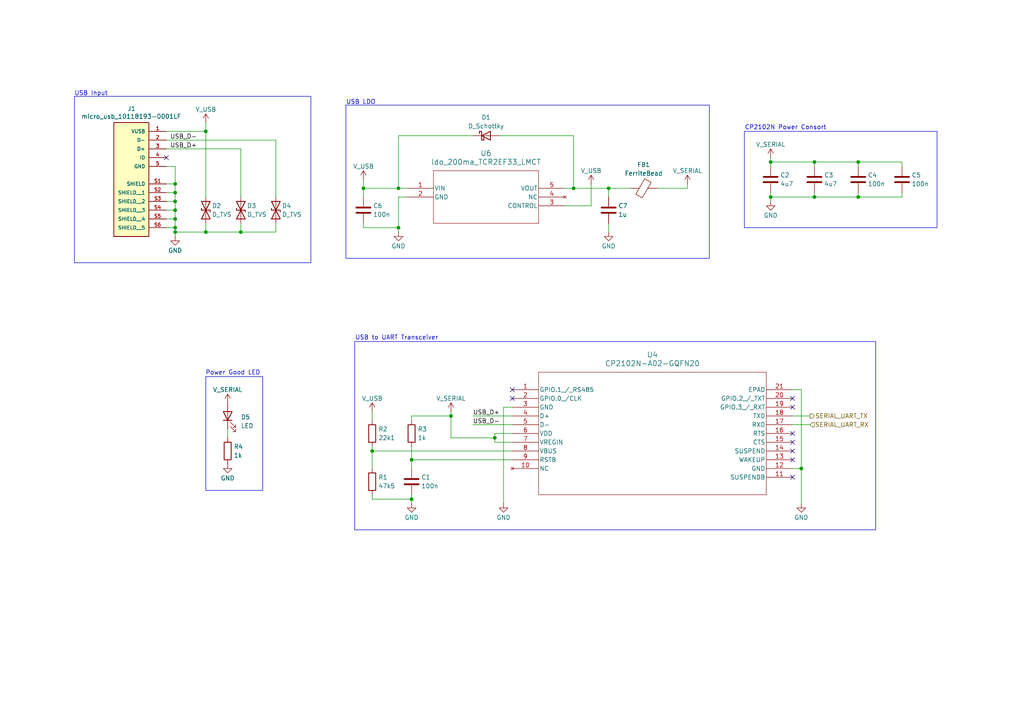
<source format=kicad_sch>
(kicad_sch (version 20231120) (generator "eeschema") (generator_version "8.0")
  (paper "A4")
  (title_block (title "Serial"))
  (lib_symbols
    (symbol "Device:C" (pin_numbers hide) (pin_names (offset 0.254))
      (property "Reference" "C" (at 0.635 2.54 0))
      (property "Value" "C" (at 0.635 -2.54 0))
      (symbol "C_0_1"
        (polyline (pts (xy -2.032 -0.762) (xy 2.032 -0.762)) (stroke (width 0.508)))
        (polyline (pts (xy -2.032 0.762) (xy 2.032 0.762)) (stroke (width 0.508)))
      )
      (symbol "C_1_1"
        (pin passive line (at 0 3.81 270) (length 2.794) (name "~") (number "1"))
        (pin passive line (at 0 -3.81 90) (length 2.794) (name "~") (number "2"))
      )
    )
    (symbol "Device:D_Schottky" (pin_numbers hide) (pin_names (offset 1.016) hide)
      (property "Reference" "D" (at 0 2.54 0))
      (property "Value" "D_Schottky" (at 0 -2.54 0))
      (symbol "D_Schottky_0_1"
        (polyline (pts (xy 1.27 0) (xy -1.27 0)))
        (polyline (pts (xy 1.27 1.27) (xy 1.27 -1.27) (xy -1.27 0) (xy 1.27 1.27)) (stroke (width 0.254)))
        (polyline (pts (xy -1.905 0.635) (xy -1.905 1.27) (xy -1.27 1.27) (xy -1.27 -1.27) (xy -0.635 -1.27) (xy -0.635 -0.635)) (stroke (width 0.254)))
      )
      (symbol "D_Schottky_1_1"
        (pin passive line (at -3.81 0 0) (length 2.54) (name "K") (number "1"))
        (pin passive line (at 3.81 0 180) (length 2.54) (name "A") (number "2"))
      )
    )
    (symbol "Device:D_TVS" (pin_numbers hide) (pin_names (offset 1.016) hide)
      (property "Reference" "D" (at 0 2.54 0))
      (property "Value" "D_TVS" (at 0 -2.54 0))
      (symbol "D_TVS_0_1"
        (polyline (pts (xy 1.27 0) (xy -1.27 0)))
        (polyline (pts (xy 0.508 1.27) (xy 0 1.27) (xy 0 -1.27) (xy -0.508 -1.27)) (stroke (width 0.254)))
        (polyline (pts (xy -2.54 1.27) (xy -2.54 -1.27) (xy 2.54 1.27) (xy 2.54 -1.27) (xy -2.54 1.27)) (stroke (width 0.254)))
      )
      (symbol "D_TVS_1_1"
        (pin passive line (at -3.81 0 0) (length 2.54) (name "A1") (number "1"))
        (pin passive line (at 3.81 0 180) (length 2.54) (name "A2") (number "2"))
      )
    )
    (symbol "Device:FerriteBead" (pin_numbers hide) (pin_names (offset 0))
      (property "Reference" "FB" (at -3.81 0.635 90))
      (property "Value" "FerriteBead" (at 3.81 0 90))
      (symbol "FerriteBead_0_1"
        (polyline (pts (xy 0 -1.27) (xy 0 -1.2192)))
        (polyline (pts (xy 0 1.27) (xy 0 1.2954)))
        (polyline (pts (xy -2.7686 0.4064) (xy -1.7018 2.2606) (xy 2.7686 -0.3048) (xy 1.6764 -2.159) (xy -2.7686 0.4064)))
      )
      (symbol "FerriteBead_1_1"
        (pin passive line (at 0 3.81 270) (length 2.54) (name "~") (number "1"))
        (pin passive line (at 0 -3.81 90) (length 2.54) (name "~") (number "2"))
      )
    )
    (symbol "Device:LED" (pin_numbers hide) (pin_names (offset 1.016) hide)
      (property "Reference" "D" (at 0 2.54 0))
      (property "Value" "LED" (at 0 -2.54 0))
      (symbol "LED_0_1"
        (polyline (pts (xy -1.27 -1.27) (xy -1.27 1.27)) (stroke (width 0.254)))
        (polyline (pts (xy -1.27 0) (xy 1.27 0)))
        (polyline (pts (xy 1.27 -1.27) (xy 1.27 1.27) (xy -1.27 0) (xy 1.27 -1.27)) (stroke (width 0.254)))
        (polyline (pts (xy -3.048 -0.762) (xy -4.572 -2.286) (xy -3.81 -2.286) (xy -4.572 -2.286) (xy -4.572 -1.524)))
        (polyline (pts (xy -1.778 -0.762) (xy -3.302 -2.286) (xy -2.54 -2.286) (xy -3.302 -2.286) (xy -3.302 -1.524)))
      )
      (symbol "LED_1_1"
        (pin passive line (at -3.81 0 0) (length 2.54) (name "K") (number "1"))
        (pin passive line (at 3.81 0 180) (length 2.54) (name "A") (number "2"))
      )
    )
    (symbol "Device:R" (pin_numbers hide) (pin_names (offset 0))
      (property "Reference" "R" (at 2.032 0 90))
      (property "Value" "R" (at 0 0 90))
      (symbol "R_0_1"
        (rectangle (start -1.016 -2.54) (end 1.016 2.54) (stroke (width 0.254)))
      )
      (symbol "R_1_1"
        (pin passive line (at 0 3.81 270) (length 1.27) (name "~") (number "1"))
        (pin passive line (at 0 -3.81 90) (length 1.27) (name "~") (number "2"))
      )
    )
    (symbol "pc_mainboard:CP2102N-A02-GQFN20" (pin_names (offset 0.254))
      (property "Reference" "U" (at 40.64 10.16 0))
      (property "Value" "CP2102N-A02-GQFN20" (at 40.64 7.62 0))
      (symbol "CP2102N-A02-GQFN20_0_1"
        (polyline (pts (xy 7.62 -30.48) (xy 73.66 -30.48)) (stroke (width 0.127)))
        (polyline (pts (xy 7.62 5.08) (xy 7.62 -30.48)) (stroke (width 0.127)))
        (polyline (pts (xy 73.66 -30.48) (xy 73.66 5.08)) (stroke (width 0.127)))
        (polyline (pts (xy 73.66 5.08) (xy 7.62 5.08)) (stroke (width 0.127)))
        (pin bidirectional line (at 0 0 0) (length 7.62) (name "GPIO.1_/_RS485") (number "1"))
        (pin no_connect line (at 0 -22.86 0) (length 7.62) (name "NC") (number "10"))
        (pin unspecified line (at 81.28 -25.4 180) (length 7.62) (name "SUSPENDB") (number "11"))
        (pin power_out line (at 81.28 -22.86 180) (length 7.62) (name "GND") (number "12"))
        (pin unspecified line (at 81.28 -20.32 180) (length 7.62) (name "WAKEUP") (number "13"))
        (pin unspecified line (at 81.28 -17.78 180) (length 7.62) (name "SUSPEND") (number "14"))
        (pin unspecified line (at 81.28 -15.24 180) (length 7.62) (name "CTS") (number "15"))
        (pin unspecified line (at 81.28 -12.7 180) (length 7.62) (name "RTS") (number "16"))
        (pin unspecified line (at 81.28 -10.16 180) (length 7.62) (name "RXD") (number "17"))
        (pin unspecified line (at 81.28 -7.62 180) (length 7.62) (name "TXD") (number "18"))
        (pin bidirectional line (at 81.28 -5.08 180) (length 7.62) (name "GPIO.3_/_RXT") (number "19"))
        (pin bidirectional line (at 0 -2.54 0) (length 7.62) (name "GPIO.0_/CLK") (number "2"))
        (pin bidirectional line (at 81.28 -2.54 180) (length 7.62) (name "GPIO.2_/_TXT") (number "20"))
        (pin power_out line (at 81.28 0 180) (length 7.62) (name "EPAD") (number "21"))
        (pin power_out line (at 0 -5.08 0) (length 7.62) (name "GND") (number "3"))
        (pin unspecified line (at 0 -7.62 0) (length 7.62) (name "D+") (number "4"))
        (pin unspecified line (at 0 -10.16 0) (length 7.62) (name "D-") (number "5"))
        (pin power_in line (at 0 -12.7 0) (length 7.62) (name "VDD") (number "6"))
        (pin unspecified line (at 0 -15.24 0) (length 7.62) (name "VREGIN") (number "7"))
        (pin unspecified line (at 0 -17.78 0) (length 7.62) (name "VBUS") (number "8"))
        (pin unspecified line (at 0 -20.32 0) (length 7.62) (name "RSTB") (number "9"))
      )
    )
    (symbol "pc_mainboard:ldo_200ma_TCR2EF33_LMCT" (pin_names (offset 0.254))
      (property "Reference" "U" (at 22.86 10.16 0))
      (property "Value" "ldo_200ma_TCR2EF33_LMCT" (at 22.86 7.62 0))
      (symbol "ldo_200ma_TCR2EF33_LMCT_0_1"
        (polyline (pts (xy 7.62 -10.16) (xy 38.1 -10.16)) (stroke (width 0.127)))
        (polyline (pts (xy 7.62 5.08) (xy 7.62 -10.16)) (stroke (width 0.127)))
        (polyline (pts (xy 38.1 -10.16) (xy 38.1 5.08)) (stroke (width 0.127)))
        (polyline (pts (xy 38.1 5.08) (xy 7.62 5.08)) (stroke (width 0.127)))
        (pin power_in line (at 0 0 0) (length 7.62) (name "VIN") (number "1"))
        (pin power_out line (at 0 -2.54 0) (length 7.62) (name "GND") (number "2"))
        (pin unspecified line (at 45.72 -5.08 180) (length 7.62) (name "CONTROL") (number "3"))
        (pin no_connect line (at 45.72 -2.54 180) (length 7.62) (name "NC") (number "4"))
        (pin power_in line (at 45.72 0 180) (length 7.62) (name "VOUT") (number "5"))
      )
    )
    (symbol "pc_mainboard:micro_usb_10118193-0001LF" (pin_names (offset 1.016))
      (property "Reference" "J" (at -5.0817 10.9286 0))
      (property "Value" "micro_usb_10118193-0001LF" (at -5.0819 -25.4097 0))
      (symbol "micro_usb_10118193-0001LF_0_0"
        (rectangle (start -5.08 -22.86) (end 5.08 10.16) (stroke (width 0.254)) (fill (type background)))
        (pin passive line (at -10.16 7.62 0) (length 5.08) (name "VUSB") (number "1"))
        (pin passive line (at -10.16 5.08 0) (length 5.08) (name "D-") (number "2"))
        (pin passive line (at -10.16 2.54 0) (length 5.08) (name "D+") (number "3"))
        (pin passive line (at -10.16 0 0) (length 5.08) (name "ID") (number "4"))
        (pin passive line (at -10.16 -2.54 0) (length 5.08) (name "GND") (number "5"))
        (pin passive line (at -10.16 -7.62 0) (length 5.08) (name "SHIELD") (number "S1"))
        (pin passive line (at -10.16 -10.16 0) (length 5.08) (name "SHIELD__1") (number "S2"))
        (pin passive line (at -10.16 -12.7 0) (length 5.08) (name "SHIELD__2") (number "S3"))
        (pin passive line (at -10.16 -15.24 0) (length 5.08) (name "SHIELD__3") (number "S4"))
        (pin passive line (at -10.16 -17.78 0) (length 5.08) (name "SHIELD__4") (number "S5"))
        (pin passive line (at -10.16 -20.32 0) (length 5.08) (name "SHIELD__5") (number "S6"))
      )
    )
    (symbol "power:GND" (power) (pin_numbers hide) (pin_names (offset 0) hide)
      (property "Value" "GND" (at 0 -3.81 0))
      (symbol "GND_0_1"
        (polyline (pts (xy 0 0) (xy 0 -1.27) (xy 1.27 -1.27) (xy 0 -2.54) (xy -1.27 -1.27) (xy 0 -1.27)))
      )
      (symbol "GND_1_1"
        (pin power_in line (at 0 0 270) (length 0) (name "~") (number "1"))
      )
    )
    (symbol "power:VAA" (power) (pin_numbers hide) (pin_names (offset 0) hide)
      (property "Value" "VAA" (at 0 3.556 0))
      (symbol "VAA_0_1"
        (polyline (pts (xy -0.762 1.27) (xy 0 2.54)))
        (polyline (pts (xy 0 0) (xy 0 2.54)))
        (polyline (pts (xy 0 2.54) (xy 0.762 1.27)))
      )
      (symbol "VAA_1_1"
        (pin power_in line (at 0 0 90) (length 0) (name "~") (number "1"))
      )
    )
  )
  (junction (at 223.52 46.99))
  (junction (at 115.57 66.04))
  (junction (at 105.41 54.61))
  (junction (at 166.37 54.61))
  (junction (at 50.8 66.04))
  (junction (at 223.52 57.15))
  (junction (at 69.85 67.31))
  (junction (at 143.51 127))
  (junction (at 119.38 144.78))
  (junction (at 50.8 55.88))
  (junction (at 50.8 58.42))
  (junction (at 236.22 46.99))
  (junction (at 50.8 53.34))
  (junction (at 50.8 60.96))
  (junction (at 107.95 130.81))
  (junction (at 236.22 57.15))
  (junction (at 59.69 38.1))
  (junction (at 248.92 57.15))
  (junction (at 130.81 120.65))
  (junction (at 50.8 63.5))
  (junction (at 176.53 54.61))
  (junction (at 119.38 133.35))
  (junction (at 232.41 135.89))
  (junction (at 50.8 67.31))
  (junction (at 59.69 67.31))
  (junction (at 248.92 46.99))
  (junction (at 115.57 54.61))
  (no_connect (at 229.87 128.27))
  (no_connect (at 229.87 118.11))
  (no_connect (at 229.87 115.57))
  (no_connect (at 229.87 125.73))
  (no_connect (at 229.87 138.43))
  (no_connect (at 148.59 115.57))
  (no_connect (at 48.26 45.72))
  (no_connect (at 229.87 130.81))
  (no_connect (at 148.59 113.03))
  (no_connect (at 229.87 133.35))
  (wire (pts (xy 137.16 39.37) (xy 115.57 39.37)))
  (wire (pts (xy 119.38 121.92) (xy 119.38 120.65)))
  (wire (pts (xy 50.8 68.58) (xy 50.8 67.31)))
  (wire (pts (xy 232.41 135.89) (xy 232.41 146.05)))
  (wire (pts (xy 232.41 113.03) (xy 232.41 135.89)))
  (wire (pts (xy 48.26 38.1) (xy 59.69 38.1)))
  (wire (pts (xy 143.51 128.27) (xy 148.59 128.27)))
  (wire (pts (xy 223.52 57.15) (xy 236.22 57.15)))
  (wire (pts (xy 115.57 54.61) (xy 105.41 54.61)))
  (wire (pts (xy 107.95 143.51) (xy 107.95 144.78)))
  (wire (pts (xy 59.69 38.1) (xy 59.69 35.56)))
  (wire (pts (xy 107.95 119.38) (xy 107.95 121.92)))
  (wire (pts (xy 223.52 55.88) (xy 223.52 57.15)))
  (wire (pts (xy 59.69 38.1) (xy 59.69 57.15)))
  (wire (pts (xy 48.26 63.5) (xy 50.8 63.5)))
  (wire (pts (xy 248.92 46.99) (xy 236.22 46.99)))
  (wire (pts (xy 223.52 46.99) (xy 223.52 48.26)))
  (wire (pts (xy 48.26 60.96) (xy 50.8 60.96)))
  (wire (pts (xy 80.01 67.31) (xy 69.85 67.31)))
  (wire (pts (xy 69.85 67.31) (xy 59.69 67.31)))
  (wire (pts (xy 105.41 66.04) (xy 115.57 66.04)))
  (wire (pts (xy 50.8 67.31) (xy 50.8 66.04)))
  (wire (pts (xy 137.16 120.65) (xy 148.59 120.65)))
  (wire (pts (xy 229.87 120.65) (xy 234.95 120.65)))
  (wire (pts (xy 130.81 127) (xy 143.51 127)))
  (wire (pts (xy 163.83 59.69) (xy 171.45 59.69)))
  (wire (pts (xy 107.95 144.78) (xy 119.38 144.78)))
  (wire (pts (xy 69.85 64.77) (xy 69.85 67.31)))
  (wire (pts (xy 146.05 118.11) (xy 148.59 118.11)))
  (wire (pts (xy 119.38 120.65) (xy 130.81 120.65)))
  (wire (pts (xy 236.22 57.15) (xy 248.92 57.15)))
  (wire (pts (xy 148.59 133.35) (xy 119.38 133.35)))
  (wire (pts (xy 223.52 57.15) (xy 223.52 58.42)))
  (wire (pts (xy 236.22 48.26) (xy 236.22 46.99)))
  (wire (pts (xy 261.62 48.26) (xy 261.62 46.99)))
  (wire (pts (xy 137.16 123.19) (xy 148.59 123.19)))
  (wire (pts (xy 248.92 57.15) (xy 261.62 57.15)))
  (wire (pts (xy 199.39 53.34) (xy 199.39 54.61)))
  (wire (pts (xy 119.38 143.51) (xy 119.38 144.78)))
  (wire (pts (xy 130.81 120.65) (xy 130.81 127)))
  (wire (pts (xy 115.57 57.15) (xy 118.11 57.15)))
  (wire (pts (xy 107.95 129.54) (xy 107.95 130.81)))
  (wire (pts (xy 163.83 54.61) (xy 166.37 54.61)))
  (wire (pts (xy 50.8 58.42) (xy 50.8 60.96)))
  (wire (pts (xy 171.45 59.69) (xy 171.45 53.34)))
  (wire (pts (xy 48.26 58.42) (xy 50.8 58.42)))
  (wire (pts (xy 48.26 53.34) (xy 50.8 53.34)))
  (wire (pts (xy 248.92 55.88) (xy 248.92 57.15)))
  (wire (pts (xy 107.95 130.81) (xy 148.59 130.81)))
  (wire (pts (xy 176.53 64.77) (xy 176.53 67.31)))
  (wire (pts (xy 105.41 64.77) (xy 105.41 66.04)))
  (wire (pts (xy 223.52 46.99) (xy 236.22 46.99)))
  (wire (pts (xy 115.57 66.04) (xy 115.57 57.15)))
  (wire (pts (xy 105.41 52.07) (xy 105.41 54.61)))
  (wire (pts (xy 59.69 64.77) (xy 59.69 67.31)))
  (wire (pts (xy 105.41 54.61) (xy 105.41 57.15)))
  (wire (pts (xy 148.59 125.73) (xy 143.51 125.73)))
  (wire (pts (xy 119.38 129.54) (xy 119.38 133.35)))
  (wire (pts (xy 144.78 39.37) (xy 166.37 39.37)))
  (wire (pts (xy 48.26 55.88) (xy 50.8 55.88)))
  (wire (pts (xy 115.57 39.37) (xy 115.57 54.61)))
  (wire (pts (xy 229.87 113.03) (xy 232.41 113.03)))
  (wire (pts (xy 59.69 67.31) (xy 50.8 67.31)))
  (wire (pts (xy 176.53 54.61) (xy 182.88 54.61)))
  (wire (pts (xy 229.87 123.19) (xy 234.95 123.19)))
  (wire (pts (xy 48.26 43.18) (xy 69.85 43.18)))
  (wire (pts (xy 50.8 63.5) (xy 50.8 66.04)))
  (wire (pts (xy 50.8 60.96) (xy 50.8 63.5)))
  (wire (pts (xy 80.01 64.77) (xy 80.01 67.31)))
  (wire (pts (xy 143.51 127) (xy 143.51 125.73)))
  (wire (pts (xy 166.37 39.37) (xy 166.37 54.61)))
  (wire (pts (xy 130.81 119.38) (xy 130.81 120.65)))
  (wire (pts (xy 146.05 118.11) (xy 146.05 146.05)))
  (wire (pts (xy 107.95 135.89) (xy 107.95 130.81)))
  (wire (pts (xy 166.37 54.61) (xy 176.53 54.61)))
  (wire (pts (xy 261.62 46.99) (xy 248.92 46.99)))
  (wire (pts (xy 48.26 48.26) (xy 50.8 48.26)))
  (wire (pts (xy 50.8 66.04) (xy 48.26 66.04)))
  (wire (pts (xy 80.01 40.64) (xy 80.01 57.15)))
  (wire (pts (xy 248.92 48.26) (xy 248.92 46.99)))
  (wire (pts (xy 143.51 127) (xy 143.51 128.27)))
  (wire (pts (xy 118.11 54.61) (xy 115.57 54.61)))
  (wire (pts (xy 176.53 54.61) (xy 176.53 57.15)))
  (wire (pts (xy 50.8 48.26) (xy 50.8 53.34)))
  (wire (pts (xy 119.38 144.78) (xy 119.38 146.05)))
  (wire (pts (xy 69.85 43.18) (xy 69.85 57.15)))
  (wire (pts (xy 190.5 54.61) (xy 199.39 54.61)))
  (wire (pts (xy 50.8 55.88) (xy 50.8 58.42)))
  (wire (pts (xy 261.62 57.15) (xy 261.62 55.88)))
  (wire (pts (xy 66.04 127) (xy 66.04 124.46)))
  (wire (pts (xy 119.38 133.35) (xy 119.38 135.89)))
  (wire (pts (xy 50.8 53.34) (xy 50.8 55.88)))
  (wire (pts (xy 223.52 45.72) (xy 223.52 46.99)))
  (wire (pts (xy 115.57 67.31) (xy 115.57 66.04)))
  (wire (pts (xy 236.22 55.88) (xy 236.22 57.15)))
  (wire (pts (xy 48.26 40.64) (xy 80.01 40.64)))
  (wire (pts (xy 229.87 135.89) (xy 232.41 135.89)))
  (rectangle (start 215.9 38.1) (end 271.78 66.04))
  (rectangle (start 21.59 27.94) (end 90.17 76.2))
  (rectangle (start 102.87 99.06) (end 254 153.67))
  (rectangle (start 100.33 30.48) (end 205.74 74.93))
  (rectangle (start 59.69 109.22) (end 76.2 142.24))
  (text "USB Input" (at 26.416 27.178 0) (effects (font (size 1.27 1.27))))
  (text "USB LDO" (at 104.648 29.718 0) (effects (font (size 1.27 1.27))))
  (text "Power Good LED" (at 67.564 108.204 0) (effects (font (size 1.27 1.27))))
  (text "USB to UART Transceiver" (at 115.062 98.044 0) (effects (font (size 1.27 1.27))))
  (text "CP2102N Power Consort" (at 227.838 37.084 0) (effects (font (size 1.27 1.27))))
  (label "USB_D-" (at 137.16 123.19 0))
  (label "USB_D+" (at 57.15 43.18 180))
  (label "USB_D+" (at 137.16 120.65 0))
  (label "USB_D-" (at 57.15 40.64 180))
  (hierarchical_label "SERIAL_UART_RX" (shape input) (at 234.95 123.19 0))
  (hierarchical_label "SERIAL_UART_TX" (shape output) (at 234.95 120.65 0))
  (symbol (lib_id "power:GND") (at 176.53 67.31 0) (unit 1)
    (property "Reference" "#PWR11" (effects (hide yes)))
    (property "Value" "GND" (at 176.53 71.374 0))
    (property "Description" "Power symbol creates a global label with name \"GND\" , ground" (effects (hide yes)))
  )
  (symbol (lib_id "pc_mainboard:ldo_200ma_TCR2EF33_LMCT") (at 118.11 54.61 0) (unit 1)
    (property "Reference" "U6" (at 140.97 44.45 0) (effects (font (size 1.524 1.524))))
    (property "Value" "ldo_200ma_TCR2EF33_LMCT" (at 140.97 46.99 0) (effects (font (size 1.524 1.524))))
    (property "Footprint" "SOT-25   SMV_TOS" (effects (hide yes)))
    (property "Datasheet" "TCR2EF33_LMCT" (effects (hide yes)))
  )
  (symbol (lib_id "Device:C") (at 176.53 60.96 0) (unit 1)
    (property "Reference" "C7" (at 179.324 59.69 0) (effects (justify left)))
    (property "Value" "1u" (at 179.324 62.23 0) (effects (justify left)))
    (property "Description" "Unpolarized capacitor" (effects (hide yes)))
  )
  (symbol (lib_id "Device:R") (at 107.95 139.7 0) (unit 1)
    (property "Reference" "R1" (at 109.728 138.43 0) (effects (justify left)))
    (property "Value" "47k5" (at 109.728 140.9701 0) (effects (justify left)))
    (property "Description" "Resistor" (effects (hide yes)))
  )
  (symbol (lib_id "Device:C") (at 248.92 52.07 0) (unit 1)
    (property "Reference" "C4" (at 251.714 50.8 0) (effects (justify left)))
    (property "Value" "100n" (at 251.714 53.34 0) (effects (justify left)))
    (property "Description" "Unpolarized capacitor" (effects (hide yes)))
  )
  (symbol (lib_id "Device:C") (at 261.62 52.07 0) (unit 1)
    (property "Reference" "C5" (at 264.414 50.8 0) (effects (justify left)))
    (property "Value" "100n" (at 264.414 53.34 0) (effects (justify left)))
    (property "Description" "Unpolarized capacitor" (effects (hide yes)))
  )
  (symbol (lib_id "power:GND") (at 146.05 146.05 0) (unit 1)
    (property "Reference" "#PWR1" (effects (hide yes)))
    (property "Value" "GND" (at 146.05 150.114 0))
    (property "Description" "Power symbol creates a global label with name \"GND\" , ground" (effects (hide yes)))
  )
  (symbol (lib_id "Device:R") (at 107.95 125.73 0) (unit 1)
    (property "Reference" "R2" (at 109.728 124.46 0) (effects (justify left)))
    (property "Value" "22k1" (at 109.728 127.0001 0) (effects (justify left)))
    (property "Description" "Resistor" (effects (hide yes)))
  )
  (symbol (lib_id "power:GND") (at 115.57 67.31 0) (unit 1)
    (property "Reference" "#PWR7" (effects (hide yes)))
    (property "Value" "GND" (at 115.57 71.374 0))
    (property "Description" "Power symbol creates a global label with name \"GND\" , ground" (effects (hide yes)))
  )
  (symbol (lib_id "power:GND") (at 232.41 146.05 0) (unit 1)
    (property "Reference" "#PWR2" (effects (hide yes)))
    (property "Value" "GND" (at 232.41 150.114 0))
    (property "Description" "Power symbol creates a global label with name \"GND\" , ground" (effects (hide yes)))
  )
  (symbol (lib_id "Device:R") (at 66.04 130.81 0) (unit 1)
    (property "Reference" "R4" (at 67.818 129.54 0) (effects (justify left)))
    (property "Value" "1k" (at 67.818 132.0801 0) (effects (justify left)))
    (property "Description" "Resistor" (effects (hide yes)))
  )
  (symbol (lib_id "power:GND") (at 50.8 68.58 0) (unit 1)
    (property "Reference" "#PWR13" (effects (hide yes)))
    (property "Value" "GND" (at 50.8 72.644 0))
    (property "Description" "Power symbol creates a global label with name \"GND\" , ground" (effects (hide yes)))
  )
  (symbol (lib_id "power:VAA") (at 130.81 119.38 0) (unit 1)
    (property "Reference" "#PWR4" (effects (hide yes)))
    (property "Value" "V_SERIAL" (at 130.81 115.57 0))
    (property "Description" "Power symbol creates a global label with name \"VAA\"" (effects (hide yes)))
  )
  (symbol (lib_id "Device:D_TVS") (at 80.01 60.96 90) (unit 1)
    (property "Reference" "D4" (at 81.788 59.69 90) (effects (justify right)))
    (property "Value" "D_TVS" (at 81.788 62.23 90) (effects (justify right)))
    (property "Description" "Bidirectional transient-voltage-suppression diode" (effects (hide yes)))
  )
  (symbol (lib_id "Device:R") (at 119.38 125.73 0) (unit 1)
    (property "Reference" "R3" (at 121.158 124.46 0) (effects (justify left)))
    (property "Value" "1k" (at 121.158 127.0001 0) (effects (justify left)))
    (property "Description" "Resistor" (effects (hide yes)))
  )
  (symbol (lib_id "Device:D_TVS") (at 69.85 60.96 90) (unit 1)
    (property "Reference" "D3" (at 71.628 59.69 90) (effects (justify right)))
    (property "Value" "D_TVS" (at 71.628 62.23 90) (effects (justify right)))
    (property "Description" "Bidirectional transient-voltage-suppression diode" (effects (hide yes)))
  )
  (symbol (lib_id "Device:LED") (at 66.04 120.65 90) (unit 1)
    (property "Reference" "D5" (at 69.85 120.9674 90) (effects (justify right)))
    (property "Value" "LED" (at 69.85 123.5074 90) (effects (justify right)))
    (property "Description" "Light emitting diode" (effects (hide yes)))
  )
  (symbol (lib_id "power:VAA") (at 66.04 116.84 0) (unit 1)
    (property "Reference" "#PWR15" (effects (hide yes)))
    (property "Value" "V_SERIAL" (at 66.04 113.03 0))
    (property "Description" "Power symbol creates a global label with name \"VAA\"" (effects (hide yes)))
  )
  (symbol (lib_id "pc_mainboard:CP2102N-A02-GQFN20") (at 148.59 113.03 0) (unit 1)
    (property "Reference" "U4" (at 189.23 102.87 0) (effects (font (size 1.524 1.524))))
    (property "Value" "CP2102N-A02-GQFN20" (at 189.23 105.41 0) (effects (font (size 1.524 1.524))))
    (property "Footprint" "QFN20_CP2102N_SIL" (effects (hide yes)))
    (property "Datasheet" "CP2102N-A02-GQFN20" (effects (hide yes)))
  )
  (symbol (lib_id "power:VAA") (at 171.45 53.34 0) (unit 1)
    (property "Reference" "#PWR10" (effects (hide yes)))
    (property "Value" "V_USB" (at 171.45 49.53 0))
    (property "Description" "Power symbol creates a global label with name \"VAA\"" (effects (hide yes)))
  )
  (symbol (lib_id "power:GND") (at 119.38 146.05 0) (unit 1)
    (property "Reference" "#PWR9" (effects (hide yes)))
    (property "Value" "GND" (at 119.38 150.114 0))
    (property "Description" "Power symbol creates a global label with name \"GND\" , ground" (effects (hide yes)))
  )
  (symbol (lib_id "power:VAA") (at 105.41 52.07 0) (unit 1)
    (property "Reference" "#PWR8" (effects (hide yes)))
    (property "Value" "V_USB" (at 105.41 48.26 0))
    (property "Description" "Power symbol creates a global label with name \"VAA\"" (effects (hide yes)))
  )
  (symbol (lib_id "power:GND") (at 223.52 58.42 0) (unit 1)
    (property "Reference" "#PWR6" (effects (hide yes)))
    (property "Value" "GND" (at 223.52 62.484 0))
    (property "Description" "Power symbol creates a global label with name \"GND\" , ground" (effects (hide yes)))
  )
  (symbol (lib_id "Device:D_TVS") (at 59.69 60.96 90) (unit 1)
    (property "Reference" "D2" (at 61.468 59.69 90) (effects (justify right)))
    (property "Value" "D_TVS" (at 61.468 62.23 90) (effects (justify right)))
    (property "Description" "Bidirectional transient-voltage-suppression diode" (effects (hide yes)))
  )
  (symbol (lib_id "power:VAA") (at 223.52 45.72 0) (unit 1)
    (property "Reference" "#PWR5" (effects (hide yes)))
    (property "Value" "V_SERIAL" (at 223.52 41.91 0))
    (property "Description" "Power symbol creates a global label with name \"VAA\"" (effects (hide yes)))
  )
  (symbol (lib_id "Device:C") (at 236.22 52.07 0) (unit 1)
    (property "Reference" "C3" (at 239.014 50.8 0) (effects (justify left)))
    (property "Value" "4u7" (at 239.014 53.34 0) (effects (justify left)))
    (property "Description" "Unpolarized capacitor" (effects (hide yes)))
  )
  (symbol (lib_id "Device:C") (at 223.52 52.07 0) (unit 1)
    (property "Reference" "C2" (at 226.314 50.8 0) (effects (justify left)))
    (property "Value" "4u7" (at 226.314 53.34 0) (effects (justify left)))
    (property "Description" "Unpolarized capacitor" (effects (hide yes)))
  )
  (symbol (lib_id "pc_mainboard:micro_usb_10118193-0001LF") (at 38.1 45.72 0) (mirror y) (unit 1)
    (property "Reference" "J1" (at 39.37 31.496 0) (effects (justify left)))
    (property "Value" "micro_usb_10118193-0001LF" (at 52.578 33.782 0) (effects (justify left)))
    (property "Footprint" "10118193-0001LF:AMPHENOL_10118193-0001LF" (effects (hide yes)))
    (property "PARTREV" "E" (effects (hide yes)))
    (property "MANUFACTURER" "Amphenol FCI" (effects (hide yes)))
    (property "MAXIMUM_PACKAGE_HEIGHT" "2.55 mm" (effects (hide yes)))
    (property "STANDARD" "Manufacturer Recommendations" (effects (hide yes)))
  )
  (symbol (lib_id "Device:FerriteBead") (at 186.69 54.61 90) (unit 1)
    (property "Reference" "FB1" (at 186.69 47.752 90))
    (property "Value" "FerriteBead" (at 186.69 50.292 90))
    (property "Description" "Ferrite bead" (effects (hide yes)))
  )
  (symbol (lib_id "power:VAA") (at 199.39 53.34 0) (unit 1)
    (property "Reference" "#PWR12" (effects (hide yes)))
    (property "Value" "V_SERIAL" (at 199.39 49.53 0))
    (property "Description" "Power symbol creates a global label with name \"VAA\"" (effects (hide yes)))
  )
  (symbol (lib_id "Device:C") (at 119.38 139.7 0) (unit 1)
    (property "Reference" "C1" (at 122.174 138.43 0) (effects (justify left)))
    (property "Value" "100n" (at 122.174 140.97 0) (effects (justify left)))
    (property "Description" "Unpolarized capacitor" (effects (hide yes)))
  )
  (symbol (lib_id "power:GND") (at 66.04 134.62 0) (unit 1)
    (property "Reference" "#PWR16" (effects (hide yes)))
    (property "Value" "GND" (at 66.04 138.684 0))
    (property "Description" "Power symbol creates a global label with name \"GND\" , ground" (effects (hide yes)))
  )
  (symbol (lib_id "power:VAA") (at 107.95 119.38 0) (unit 1)
    (property "Reference" "#PWR3" (effects (hide yes)))
    (property "Value" "V_USB" (at 107.95 115.57 0))
    (property "Description" "Power symbol creates a global label with name \"VAA\"" (effects (hide yes)))
  )
  (symbol (lib_id "Device:C") (at 105.41 60.96 0) (unit 1)
    (property "Reference" "C6" (at 108.204 59.69 0) (effects (justify left)))
    (property "Value" "100n" (at 108.204 62.23 0) (effects (justify left)))
    (property "Description" "Unpolarized capacitor" (effects (hide yes)))
  )
  (symbol (lib_id "power:VAA") (at 59.69 35.56 0) (unit 1)
    (property "Reference" "#PWR14" (effects (hide yes)))
    (property "Value" "V_USB" (at 59.69 31.75 0))
    (property "Description" "Power symbol creates a global label with name \"VAA\"" (effects (hide yes)))
  )
  (symbol (lib_id "Device:D_Schottky") (at 140.97 39.37 0) (unit 1)
    (property "Reference" "D1" (at 140.97 34.036 0))
    (property "Value" "D_Schottky" (at 140.97 36.576 0))
    (property "Description" "Schottky diode" (effects (hide yes)))
  )
)
</source>
